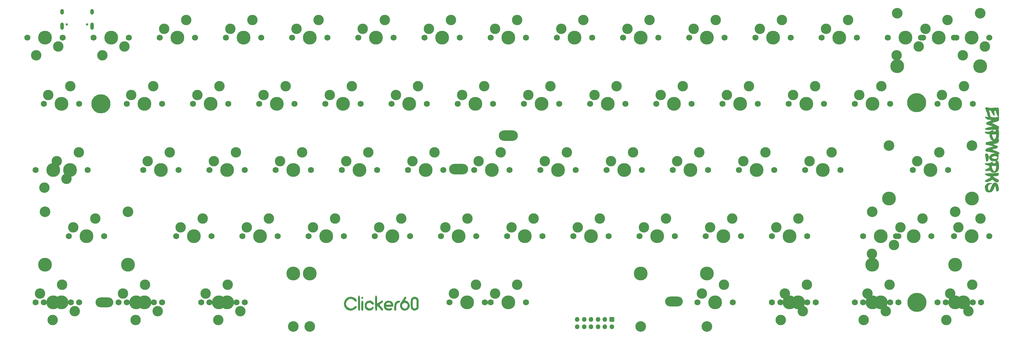
<source format=gbr>
%TF.GenerationSoftware,KiCad,Pcbnew,(6.0.6)*%
%TF.CreationDate,2023-05-08T18:28:51+05:30*%
%TF.ProjectId,new_stuff,6e65775f-7374-4756-9666-2e6b69636164,rev?*%
%TF.SameCoordinates,Original*%
%TF.FileFunction,Soldermask,Top*%
%TF.FilePolarity,Negative*%
%FSLAX46Y46*%
G04 Gerber Fmt 4.6, Leading zero omitted, Abs format (unit mm)*
G04 Created by KiCad (PCBNEW (6.0.6)) date 2023-05-08 18:28:51*
%MOMM*%
%LPD*%
G01*
G04 APERTURE LIST*
%ADD10C,3.987800*%
%ADD11C,3.000000*%
%ADD12C,1.750000*%
%ADD13C,3.048000*%
%ADD14O,5.100000X2.800000*%
%ADD15C,5.500000*%
%ADD16R,1.350000X1.350000*%
%ADD17O,1.350000X1.350000*%
%ADD18O,5.500000X3.000000*%
%ADD19C,0.650000*%
%ADD20O,1.000000X2.100000*%
%ADD21O,1.000000X1.600000*%
G04 APERTURE END LIST*
%TO.C,G\u002A\u002A\u002A*%
G36*
X282624986Y-50757204D02*
G01*
X282933195Y-50897390D01*
X283180340Y-51160362D01*
X283252928Y-51297783D01*
X283413141Y-51743316D01*
X283511525Y-52183237D01*
X283545106Y-52581155D01*
X283510905Y-52900682D01*
X283405945Y-53105430D01*
X283401166Y-53109878D01*
X283171871Y-53239080D01*
X282949870Y-53241385D01*
X282780599Y-53130155D01*
X282709497Y-52918750D01*
X282709333Y-52906443D01*
X282691801Y-52676930D01*
X282646948Y-52386025D01*
X282586386Y-52089935D01*
X282521727Y-51844865D01*
X282464585Y-51707020D01*
X282460508Y-51702116D01*
X282403425Y-51733714D01*
X282328826Y-51889398D01*
X282292885Y-51998449D01*
X282075628Y-52535216D01*
X281766747Y-53024015D01*
X281533427Y-53285212D01*
X281312967Y-53451845D01*
X281055233Y-53539518D01*
X280820056Y-53569715D01*
X280347253Y-53543970D01*
X279974400Y-53382832D01*
X279705157Y-53090196D01*
X279543183Y-52669959D01*
X279492000Y-52155653D01*
X279503199Y-51848925D01*
X279552275Y-51640174D01*
X279662442Y-51458680D01*
X279758568Y-51343621D01*
X280105532Y-51021394D01*
X280466888Y-50846227D01*
X280863629Y-50797667D01*
X281054379Y-50817410D01*
X281260617Y-50864493D01*
X281445139Y-50924920D01*
X281570745Y-50984693D01*
X281600233Y-51029814D01*
X281524000Y-51046139D01*
X281362718Y-51070184D01*
X281126466Y-51125119D01*
X281075096Y-51139001D01*
X280766605Y-51305301D01*
X280549579Y-51587574D01*
X280434549Y-51953058D01*
X280432048Y-52368985D01*
X280545653Y-52786192D01*
X280646597Y-52970847D01*
X280749841Y-53026786D01*
X280864722Y-52945841D01*
X281000577Y-52719844D01*
X281166745Y-52340629D01*
X281225563Y-52191482D01*
X281378682Y-51817234D01*
X281534309Y-51471714D01*
X281668476Y-51206777D01*
X281721397Y-51118679D01*
X281980345Y-50863318D01*
X282294455Y-50744337D01*
X282624986Y-50757204D01*
G37*
G36*
X283556000Y-34546812D02*
G01*
X283556000Y-34878068D01*
X283528027Y-35119843D01*
X283458923Y-35295817D01*
X283440628Y-35317097D01*
X283370875Y-35479087D01*
X283398295Y-35574435D01*
X283500247Y-35781474D01*
X283552370Y-35886372D01*
X283587161Y-36058090D01*
X283597503Y-36348142D01*
X283586538Y-36707793D01*
X283557409Y-37088308D01*
X283513258Y-37440950D01*
X283457228Y-37716985D01*
X283428723Y-37803850D01*
X283367620Y-38012915D01*
X283401206Y-38162765D01*
X283439859Y-38222199D01*
X283518346Y-38412853D01*
X283555534Y-38667130D01*
X283556000Y-38695989D01*
X283477250Y-39005290D01*
X283262523Y-39263848D01*
X282944100Y-39439965D01*
X282749174Y-39488298D01*
X282451606Y-39535599D01*
X282142941Y-39586065D01*
X282137833Y-39586916D01*
X281820333Y-39639831D01*
X282370666Y-39896901D01*
X282651781Y-40021157D01*
X282874729Y-40106725D01*
X282994292Y-40136378D01*
X282997908Y-40135850D01*
X283107724Y-40184036D01*
X283192631Y-40338108D01*
X283216037Y-40480453D01*
X283159374Y-40665601D01*
X282974608Y-40809271D01*
X282645297Y-40921751D01*
X282440351Y-40965927D01*
X282041461Y-41043846D01*
X281800431Y-41103698D01*
X281708690Y-41158640D01*
X281757670Y-41221827D01*
X281938798Y-41306413D01*
X282161555Y-41393874D01*
X282636535Y-41586849D01*
X283054345Y-41774630D01*
X283390553Y-41944702D01*
X283620726Y-42084549D01*
X283720432Y-42181656D01*
X283722640Y-42193572D01*
X283660709Y-42358075D01*
X283526415Y-42512026D01*
X283384263Y-42581963D01*
X283381566Y-42582000D01*
X283312848Y-42606392D01*
X283369733Y-42683600D01*
X283449634Y-42841430D01*
X283467409Y-43038802D01*
X283419024Y-43190395D01*
X283394725Y-43212020D01*
X283355820Y-43318431D01*
X283354966Y-43523368D01*
X283361720Y-43584446D01*
X283371759Y-43804338D01*
X283313214Y-43982038D01*
X283159621Y-44188853D01*
X283120836Y-44233538D01*
X282985045Y-44404864D01*
X282936432Y-44503153D01*
X282963342Y-44512549D01*
X283180653Y-44506332D01*
X283348255Y-44659795D01*
X283466401Y-44973576D01*
X283535342Y-45448314D01*
X283555528Y-46014227D01*
X283547401Y-46424604D01*
X283516417Y-46720146D01*
X283453572Y-46954786D01*
X283365500Y-47152270D01*
X283149220Y-47500122D01*
X282901323Y-47720383D01*
X282580020Y-47836889D01*
X282143520Y-47873478D01*
X282100776Y-47873667D01*
X281785250Y-47869381D01*
X281584393Y-47843182D01*
X281443550Y-47775056D01*
X281308066Y-47644987D01*
X281228525Y-47554255D01*
X281053223Y-47365960D01*
X280927026Y-47288246D01*
X280796748Y-47296748D01*
X280722275Y-47322342D01*
X280424034Y-47397540D01*
X280108394Y-47419143D01*
X279839889Y-47386872D01*
X279707708Y-47326688D01*
X279587498Y-47165666D01*
X279634496Y-47024404D01*
X279847300Y-46906992D01*
X279851833Y-46905404D01*
X280101930Y-46794947D01*
X280381764Y-46639440D01*
X280449526Y-46596260D01*
X280652356Y-46443121D01*
X280739365Y-46305090D01*
X280746848Y-46122918D01*
X281524000Y-46122918D01*
X281551737Y-46350753D01*
X281621427Y-46639654D01*
X281655309Y-46747208D01*
X281780352Y-47026116D01*
X281937323Y-47265825D01*
X281993089Y-47326549D01*
X282141380Y-47451729D01*
X282240512Y-47465017D01*
X282359876Y-47375432D01*
X282361041Y-47374378D01*
X282498540Y-47169668D01*
X282613357Y-46852993D01*
X282688720Y-46481617D01*
X282709333Y-46185175D01*
X282709333Y-45884000D01*
X281524000Y-45884000D01*
X281524000Y-46122918D01*
X280746848Y-46122918D01*
X280746849Y-46122888D01*
X280745860Y-46112306D01*
X280698851Y-45914487D01*
X280582128Y-45830999D01*
X280508000Y-45817964D01*
X280265217Y-45783422D01*
X280121784Y-45756854D01*
X279948380Y-45683630D01*
X279760665Y-45554636D01*
X279602537Y-45408420D01*
X279517896Y-45283527D01*
X279523543Y-45231569D01*
X279634146Y-45197211D01*
X279869151Y-45164817D01*
X280183669Y-45140091D01*
X280281900Y-45135230D01*
X280681357Y-45106401D01*
X280947320Y-45056079D01*
X281115040Y-44976849D01*
X281143000Y-44954139D01*
X281338438Y-44817418D01*
X281481666Y-44752664D01*
X281524000Y-44749342D01*
X281645561Y-44739804D01*
X281778424Y-44780745D01*
X281829804Y-44850362D01*
X281787039Y-44904747D01*
X281691374Y-45003206D01*
X281754991Y-45075005D01*
X281969234Y-45115163D01*
X282164705Y-45122000D01*
X282431315Y-45116853D01*
X282564311Y-45091517D01*
X282599329Y-45031152D01*
X282581044Y-44948604D01*
X282572015Y-44763836D01*
X282610615Y-44673437D01*
X282622303Y-44614587D01*
X282511074Y-44592625D01*
X282271530Y-44601505D01*
X281797654Y-44578186D01*
X281385378Y-44451764D01*
X281051656Y-44242976D01*
X280813439Y-43972556D01*
X280687679Y-43661241D01*
X280689352Y-43509310D01*
X281524000Y-43509310D01*
X281593177Y-43646660D01*
X281811243Y-43776123D01*
X281901348Y-43812772D01*
X282307908Y-43907322D01*
X282673525Y-43877461D01*
X282960200Y-43727668D01*
X283005728Y-43682599D01*
X283103381Y-43537549D01*
X283073632Y-43419441D01*
X283049822Y-43388529D01*
X282848319Y-43241457D01*
X282571131Y-43158302D01*
X282260707Y-43135704D01*
X281959495Y-43170302D01*
X281709944Y-43258736D01*
X281554501Y-43397646D01*
X281524000Y-43509310D01*
X280689352Y-43509310D01*
X280691330Y-43329766D01*
X280841342Y-42998867D01*
X280899650Y-42923450D01*
X281238960Y-42622370D01*
X281648958Y-42412249D01*
X282065464Y-42325315D01*
X282092127Y-42324686D01*
X282260707Y-42322945D01*
X282413000Y-42321372D01*
X282134740Y-42200473D01*
X281815459Y-42091523D01*
X281391828Y-41986433D01*
X280928600Y-41897819D01*
X280490532Y-41838299D01*
X280181961Y-41820000D01*
X279892576Y-41798220D01*
X279733576Y-41712031D01*
X279669286Y-41530158D01*
X279661333Y-41363591D01*
X279683761Y-41190809D01*
X279766720Y-41052343D01*
X279933725Y-40934124D01*
X280208293Y-40822080D01*
X280613937Y-40702140D01*
X280883660Y-40632188D01*
X281272977Y-40532240D01*
X281597835Y-40445552D01*
X281825587Y-40381071D01*
X281923585Y-40347743D01*
X281924635Y-40346920D01*
X281869224Y-40310040D01*
X281686185Y-40248075D01*
X281413608Y-40170732D01*
X281089586Y-40087722D01*
X280752209Y-40008753D01*
X280439570Y-39943534D01*
X280189758Y-39901775D01*
X280167163Y-39898961D01*
X279739459Y-39848306D01*
X279777357Y-39116162D01*
X280206179Y-39032403D01*
X280522812Y-38970980D01*
X280912274Y-38896007D01*
X281227666Y-38835663D01*
X281820333Y-38722681D01*
X281553147Y-38564467D01*
X281248767Y-38290902D01*
X281021396Y-37890973D01*
X280887482Y-37396450D01*
X280868709Y-37242460D01*
X280830825Y-36824667D01*
X281608666Y-36824667D01*
X281610526Y-37099834D01*
X281648102Y-37356900D01*
X281738911Y-37648788D01*
X281766441Y-37713667D01*
X281956341Y-38042311D01*
X282144320Y-38206508D01*
X282320634Y-38210961D01*
X282475541Y-38060375D01*
X282599300Y-37759454D01*
X282682167Y-37312904D01*
X282686931Y-37269167D01*
X282733023Y-36824667D01*
X281608666Y-36824667D01*
X280830825Y-36824667D01*
X280823148Y-36740000D01*
X280480313Y-36740000D01*
X280118184Y-36671661D01*
X279773286Y-36492176D01*
X279517202Y-36239848D01*
X279501989Y-36216533D01*
X279468017Y-36144415D01*
X279494047Y-36099208D01*
X279607778Y-36074674D01*
X279836911Y-36064574D01*
X280185150Y-36062667D01*
X280559552Y-36059037D01*
X280807473Y-36041957D01*
X280971712Y-36002146D01*
X281095070Y-35930322D01*
X281192420Y-35844211D01*
X281513738Y-35647572D01*
X281789719Y-35581238D01*
X282012580Y-35557435D01*
X282089431Y-35567001D01*
X282042220Y-35621753D01*
X281968500Y-35677495D01*
X281811752Y-35821936D01*
X281808270Y-35916303D01*
X281962528Y-35966242D01*
X282206655Y-35978000D01*
X282461662Y-35969097D01*
X282585068Y-35933297D01*
X282614086Y-35856960D01*
X282610935Y-35829834D01*
X282624710Y-35642767D01*
X282652943Y-35575834D01*
X282614085Y-35520805D01*
X282433331Y-35486148D01*
X282136928Y-35472181D01*
X281751121Y-35479222D01*
X281302157Y-35507590D01*
X280846666Y-35553906D01*
X280467538Y-35588764D01*
X280190232Y-35582247D01*
X279951490Y-35530695D01*
X279851833Y-35496352D01*
X279635993Y-35394109D01*
X279507569Y-35291071D01*
X279492000Y-35253734D01*
X279570039Y-35168348D01*
X279783537Y-35062214D01*
X280101562Y-34946020D01*
X280493183Y-34830457D01*
X280927470Y-34726214D01*
X281143000Y-34683151D01*
X281735666Y-34572979D01*
X281016000Y-34332597D01*
X280547884Y-34171960D01*
X280219526Y-34045385D01*
X280008222Y-33939191D01*
X279891265Y-33839698D01*
X279845950Y-33733226D01*
X279846677Y-33628069D01*
X279878047Y-33514187D01*
X279961993Y-33416701D01*
X280128829Y-33314858D01*
X280408872Y-33187904D01*
X280612572Y-33103743D01*
X280932423Y-32968531D01*
X281182934Y-32852839D01*
X281329555Y-32773146D01*
X281353405Y-32750440D01*
X281276859Y-32716674D01*
X281074562Y-32677871D01*
X280789580Y-32642210D01*
X280776846Y-32640943D01*
X280422189Y-32591654D01*
X280169959Y-32512363D01*
X279953369Y-32379367D01*
X279883489Y-32323915D01*
X279709573Y-32165021D01*
X279617332Y-32049384D01*
X279613909Y-32017869D01*
X279607645Y-31924481D01*
X279563764Y-31856121D01*
X279534551Y-31793194D01*
X279604764Y-31769505D01*
X279801979Y-31780614D01*
X279938945Y-31795717D01*
X280410226Y-31851107D01*
X280332428Y-31504855D01*
X280257324Y-31233936D01*
X280134218Y-30856724D01*
X279980815Y-30422992D01*
X279814817Y-29982512D01*
X279804623Y-29957330D01*
X280692184Y-29957330D01*
X280844161Y-30448832D01*
X280942044Y-30809919D01*
X281024414Y-31190019D01*
X281055075Y-31375585D01*
X281099104Y-31634487D01*
X281161302Y-31772765D01*
X281273035Y-31838615D01*
X281371923Y-31862418D01*
X281593434Y-31889675D01*
X281903337Y-31906355D01*
X282260213Y-31912927D01*
X282622641Y-31909862D01*
X282949199Y-31897629D01*
X283198466Y-31876697D01*
X283329023Y-31847537D01*
X283337658Y-31840134D01*
X283313430Y-31738992D01*
X283197624Y-31575298D01*
X283143115Y-31514928D01*
X282973837Y-31279121D01*
X282854379Y-30958742D01*
X282796540Y-30699793D01*
X282735941Y-30417181D01*
X282678612Y-30214497D01*
X282636793Y-30134884D01*
X282636246Y-30134844D01*
X282519660Y-30114150D01*
X282395322Y-30083548D01*
X282305886Y-30065845D01*
X282253623Y-30092311D01*
X282232399Y-30193774D01*
X282236079Y-30401066D01*
X282258531Y-30745018D01*
X282259888Y-30764267D01*
X282282222Y-31114701D01*
X282285506Y-31326320D01*
X282265162Y-31429020D01*
X282216611Y-31452701D01*
X282157034Y-31435863D01*
X281895249Y-31253896D01*
X281652931Y-30929921D01*
X281448339Y-30491258D01*
X281373235Y-30263000D01*
X281292455Y-30084949D01*
X281148736Y-30004882D01*
X280995714Y-29983165D01*
X280692184Y-29957330D01*
X279804623Y-29957330D01*
X279653930Y-29585058D01*
X279628252Y-29525098D01*
X279547380Y-29320849D01*
X279542209Y-29213019D01*
X279616644Y-29144666D01*
X279655856Y-29122932D01*
X279870390Y-29054764D01*
X280112617Y-29039420D01*
X280312109Y-29076115D01*
X280387856Y-29131093D01*
X280474028Y-29167783D01*
X280686283Y-29190644D01*
X280692184Y-29190803D01*
X281036335Y-29200098D01*
X281535898Y-29196568D01*
X281949052Y-29187440D01*
X283451066Y-29148027D01*
X283502797Y-29578514D01*
X283520544Y-29811504D01*
X283535762Y-30173589D01*
X283547304Y-30624534D01*
X283554025Y-31124106D01*
X283555264Y-31421119D01*
X283552637Y-31968815D01*
X283542859Y-32370549D01*
X283524065Y-32649610D01*
X283494390Y-32829286D01*
X283451969Y-32932866D01*
X283432298Y-32956940D01*
X283302610Y-33029112D01*
X283048428Y-33127742D01*
X282709601Y-33238476D01*
X282416594Y-33322821D01*
X282056374Y-33424597D01*
X281765787Y-33514264D01*
X281578099Y-33581062D01*
X281524296Y-33611492D01*
X281595210Y-33667339D01*
X281770999Y-33746651D01*
X281820222Y-33765098D01*
X282031260Y-33849718D01*
X282340731Y-33983802D01*
X282694376Y-34143617D01*
X282733023Y-34161571D01*
X282836222Y-34209513D01*
X283556000Y-34546812D01*
G37*
G36*
X280150924Y-42383730D02*
G01*
X280372119Y-42523944D01*
X280398693Y-42555733D01*
X280496938Y-42783275D01*
X280555593Y-43120904D01*
X280574718Y-43514080D01*
X280554369Y-43908264D01*
X280494607Y-44248914D01*
X280396627Y-44479947D01*
X280240881Y-44589326D01*
X280053266Y-44637582D01*
X279920082Y-44640322D01*
X279845217Y-44596977D01*
X279808209Y-44469558D01*
X279788595Y-44220074D01*
X279784216Y-44138069D01*
X279745120Y-43749123D01*
X279675753Y-43333986D01*
X279630860Y-43136862D01*
X279563984Y-42862355D01*
X279547014Y-42697259D01*
X279583567Y-42588101D01*
X279675044Y-42483623D01*
X279896624Y-42368103D01*
X280150924Y-42383730D01*
G37*
G36*
X283457997Y-47959108D02*
G01*
X283482812Y-48062399D01*
X283489685Y-48259637D01*
X283489331Y-48273981D01*
X283440353Y-48529500D01*
X283296769Y-48702020D01*
X283037944Y-48803209D01*
X282643239Y-48844733D01*
X282475165Y-48847334D01*
X282153024Y-48849125D01*
X281973220Y-48860731D01*
X281908755Y-48891497D01*
X281932632Y-48950767D01*
X281988791Y-49015699D01*
X282217305Y-49214564D01*
X282540674Y-49432255D01*
X282894627Y-49629693D01*
X283214894Y-49767801D01*
X283238500Y-49775550D01*
X283478774Y-49905995D01*
X283559811Y-50093997D01*
X283481618Y-50339591D01*
X283380521Y-50486915D01*
X283167218Y-50659185D01*
X282905703Y-50686776D01*
X282587926Y-50567677D01*
X282205836Y-50299877D01*
X282032469Y-50150018D01*
X281704387Y-49853616D01*
X281381360Y-50066849D01*
X280932277Y-50313644D01*
X280483633Y-50471670D01*
X280072614Y-50532604D01*
X279736408Y-50488125D01*
X279655767Y-50453021D01*
X279522613Y-50347136D01*
X279520759Y-50231158D01*
X279659044Y-50093145D01*
X279946310Y-49921156D01*
X280112100Y-49836615D01*
X280437355Y-49667763D01*
X280730173Y-49501626D01*
X280934811Y-49370086D01*
X280956674Y-49353573D01*
X281102553Y-49217235D01*
X281124314Y-49106116D01*
X281078208Y-49012168D01*
X280955034Y-48899864D01*
X280740189Y-48852176D01*
X280591139Y-48847334D01*
X280268199Y-48809583D01*
X280012919Y-48711161D01*
X279997672Y-48701019D01*
X279680685Y-48461247D01*
X279515901Y-48286892D01*
X279502598Y-48170658D01*
X279640054Y-48105248D01*
X279927545Y-48083364D01*
X279936500Y-48083313D01*
X280168674Y-48078105D01*
X280531739Y-48064954D01*
X280987519Y-48045468D01*
X281497841Y-48021254D01*
X281899911Y-48000613D01*
X282388890Y-47976827D01*
X282816855Y-47960169D01*
X283156190Y-47951373D01*
X283379276Y-47951176D01*
X283457997Y-47959108D01*
G37*
G36*
X114277795Y-84609408D02*
G01*
X114334228Y-84303602D01*
X114427703Y-84081058D01*
X114566569Y-83913227D01*
X114759172Y-83771560D01*
X114775943Y-83761239D01*
X115152922Y-83619799D01*
X115553701Y-83614688D01*
X115933360Y-83734304D01*
X116246976Y-83967046D01*
X116397556Y-84180051D01*
X116455205Y-84338183D01*
X116494361Y-84569255D01*
X116517608Y-84901369D01*
X116527533Y-85362623D01*
X116528350Y-85601962D01*
X116525249Y-86086727D01*
X116513723Y-86435229D01*
X116489973Y-86680474D01*
X116450202Y-86855467D01*
X116390614Y-86993216D01*
X116362761Y-87041389D01*
X116088499Y-87340674D01*
X115728279Y-87521177D01*
X115326060Y-87572721D01*
X114925804Y-87485129D01*
X114775943Y-87408761D01*
X114578992Y-87267903D01*
X114436401Y-87103012D01*
X114339825Y-86885540D01*
X114280915Y-86586938D01*
X114251322Y-86178658D01*
X114242700Y-85632150D01*
X114242666Y-85585000D01*
X114835333Y-85585000D01*
X114837952Y-86033641D01*
X114848781Y-86345286D01*
X114872272Y-86552230D01*
X114912881Y-86686766D01*
X114975062Y-86781192D01*
X115004666Y-86812667D01*
X115206369Y-86940761D01*
X115385666Y-86982000D01*
X115604671Y-86923113D01*
X115766666Y-86812667D01*
X115838030Y-86724931D01*
X115886160Y-86609124D01*
X115915513Y-86432950D01*
X115930541Y-86164115D01*
X115935700Y-85770323D01*
X115936000Y-85585000D01*
X115933380Y-85136358D01*
X115922552Y-84824713D01*
X115899060Y-84617770D01*
X115858451Y-84483233D01*
X115796270Y-84388808D01*
X115766666Y-84357333D01*
X115564963Y-84229239D01*
X115385666Y-84188000D01*
X115166662Y-84246887D01*
X115004666Y-84357333D01*
X114933303Y-84445069D01*
X114885172Y-84560876D01*
X114855820Y-84737050D01*
X114840791Y-85005885D01*
X114835632Y-85399677D01*
X114835333Y-85585000D01*
X114242666Y-85585000D01*
X114250057Y-85027024D01*
X114277795Y-84609408D01*
G37*
G36*
X100432341Y-84755122D02*
G01*
X100487279Y-84815023D01*
X100527258Y-84931901D01*
X100555350Y-85131388D01*
X100574631Y-85439120D01*
X100588173Y-85880730D01*
X100592485Y-86090627D01*
X100596829Y-86673067D01*
X100584626Y-87092647D01*
X100555568Y-87355063D01*
X100518618Y-87457364D01*
X100357239Y-87556502D01*
X100167955Y-87565958D01*
X100075111Y-87518222D01*
X100055892Y-87418353D01*
X100039483Y-87179231D01*
X100027095Y-86830928D01*
X100019941Y-86403519D01*
X100018666Y-86118565D01*
X100020656Y-85606026D01*
X100028256Y-85238134D01*
X100043912Y-84990230D01*
X100070070Y-84837657D01*
X100109175Y-84755756D01*
X100157174Y-84722201D01*
X100342441Y-84718533D01*
X100432341Y-84755122D01*
G37*
G36*
X100465036Y-83685868D02*
G01*
X100554862Y-83778736D01*
X100593986Y-83956365D01*
X100509183Y-84097606D01*
X100345850Y-84167729D01*
X100149386Y-84132005D01*
X100117092Y-84113628D01*
X100039726Y-83982554D01*
X100032425Y-83839758D01*
X100121064Y-83686532D01*
X100286949Y-83632703D01*
X100465036Y-83685868D01*
G37*
G36*
X106556891Y-85533556D02*
G01*
X106651369Y-85346035D01*
X106672784Y-85316042D01*
X107026501Y-84962287D01*
X107437148Y-84752372D01*
X107875029Y-84686497D01*
X108310450Y-84764863D01*
X108713715Y-84987672D01*
X109016025Y-85300161D01*
X109132016Y-85525245D01*
X109208499Y-85803424D01*
X109238576Y-86079697D01*
X109215355Y-86299062D01*
X109153497Y-86396791D01*
X109024855Y-86426959D01*
X108766492Y-86451526D01*
X108417997Y-86467682D01*
X108083166Y-86472703D01*
X107700978Y-86479748D01*
X107393026Y-86497927D01*
X107192332Y-86524472D01*
X107130666Y-86552521D01*
X107202370Y-86681112D01*
X107378531Y-86819713D01*
X107600728Y-86932037D01*
X107810535Y-86981795D01*
X107822137Y-86982000D01*
X108075901Y-86948028D01*
X108344538Y-86866215D01*
X108347261Y-86865083D01*
X108626447Y-86803423D01*
X108819361Y-86858674D01*
X108907083Y-86995059D01*
X108870689Y-87176803D01*
X108691258Y-87368131D01*
X108633500Y-87406261D01*
X108278026Y-87541367D01*
X107860048Y-87580158D01*
X107448839Y-87523652D01*
X107129805Y-87384167D01*
X106806541Y-87123524D01*
X106610529Y-86845962D01*
X106515856Y-86500453D01*
X106495666Y-86135333D01*
X106507758Y-85810971D01*
X107159767Y-85810971D01*
X107225337Y-85850846D01*
X107388965Y-85872280D01*
X107678967Y-85880520D01*
X107886587Y-85881333D01*
X108249301Y-85879360D01*
X108471017Y-85868896D01*
X108580059Y-85843128D01*
X108604755Y-85795238D01*
X108573429Y-85718412D01*
X108572323Y-85716342D01*
X108375479Y-85483585D01*
X108107384Y-85327045D01*
X107911956Y-85288667D01*
X107743840Y-85318556D01*
X107531983Y-85390946D01*
X107338301Y-85479921D01*
X107224710Y-85559564D01*
X107215333Y-85580249D01*
X107189071Y-85677648D01*
X107163941Y-85747408D01*
X107159767Y-85810971D01*
X106507758Y-85810971D01*
X106508979Y-85778208D01*
X106556891Y-85533556D01*
G37*
G36*
X111031880Y-84743004D02*
G01*
X111130166Y-84809262D01*
X111152333Y-84940772D01*
X111142557Y-85057347D01*
X111091010Y-85144759D01*
X110964358Y-85229987D01*
X110729270Y-85340015D01*
X110578909Y-85404941D01*
X110369739Y-85521427D01*
X110229013Y-85680385D01*
X110144394Y-85914110D01*
X110103542Y-86254900D01*
X110094000Y-86674245D01*
X110081139Y-87064062D01*
X110044972Y-87340843D01*
X109992400Y-87473067D01*
X109820837Y-87563487D01*
X109641567Y-87552428D01*
X109533208Y-87450943D01*
X109516070Y-87318195D01*
X109507480Y-87058082D01*
X109508206Y-86712395D01*
X109514699Y-86440872D01*
X109533882Y-86017394D01*
X109563420Y-85724128D01*
X109610471Y-85521983D01*
X109682197Y-85371867D01*
X109720784Y-85315762D01*
X110053325Y-84971604D01*
X110426883Y-84765725D01*
X110810909Y-84713198D01*
X111031880Y-84743004D01*
G37*
G36*
X104411674Y-83315756D02*
G01*
X104470848Y-83381620D01*
X104512826Y-83510625D01*
X104541420Y-83730289D01*
X104560445Y-84068136D01*
X104572036Y-84473099D01*
X104595738Y-85544404D01*
X105232308Y-85114851D01*
X105638531Y-84864343D01*
X105937523Y-84736138D01*
X106137572Y-84728729D01*
X106246968Y-84840611D01*
X106268433Y-84926631D01*
X106245617Y-85070005D01*
X106117587Y-85223665D01*
X105898693Y-85392297D01*
X105655199Y-85562988D01*
X105453222Y-85705199D01*
X105369943Y-85764275D01*
X105322282Y-85824687D01*
X105336646Y-85917432D01*
X105427117Y-86068550D01*
X105607780Y-86304081D01*
X105767491Y-86499367D01*
X106068893Y-86895000D01*
X106236666Y-87194023D01*
X106272305Y-87401887D01*
X106177301Y-87524041D01*
X106057763Y-87558524D01*
X105942541Y-87538346D01*
X105794087Y-87435327D01*
X105591209Y-87230886D01*
X105312714Y-86906443D01*
X105309332Y-86902357D01*
X105068920Y-86620156D01*
X104863736Y-86394813D01*
X104719646Y-86253836D01*
X104667735Y-86220000D01*
X104629261Y-86297389D01*
X104601636Y-86500597D01*
X104590677Y-86786183D01*
X104590666Y-86795733D01*
X104575814Y-87124592D01*
X104535865Y-87368540D01*
X104489066Y-87473067D01*
X104318278Y-87561717D01*
X104130405Y-87560823D01*
X104054444Y-87518222D01*
X104038779Y-87421237D01*
X104024784Y-87178730D01*
X104013094Y-86814510D01*
X104004341Y-86352386D01*
X103999161Y-85816167D01*
X103998000Y-85398898D01*
X103999040Y-84749218D01*
X104003027Y-84249021D01*
X104011260Y-83878463D01*
X104025037Y-83617700D01*
X104045658Y-83446891D01*
X104074420Y-83346192D01*
X104112624Y-83295759D01*
X104136508Y-83282868D01*
X104321789Y-83279188D01*
X104411674Y-83315756D01*
G37*
G36*
X97717157Y-83727890D02*
G01*
X98180151Y-83968696D01*
X98499673Y-84261992D01*
X98684739Y-84553364D01*
X98713407Y-84789028D01*
X98585354Y-84965390D01*
X98564007Y-84979569D01*
X98462190Y-85006686D01*
X98331179Y-84952845D01*
X98137700Y-84800088D01*
X98002175Y-84676366D01*
X97568670Y-84356435D01*
X97133580Y-84203094D01*
X96702426Y-84216932D01*
X96280729Y-84398539D01*
X96164152Y-84480257D01*
X95849151Y-84816581D01*
X95667732Y-85219123D01*
X95620058Y-85651732D01*
X95706292Y-86078257D01*
X95926599Y-86462547D01*
X96154180Y-86682137D01*
X96571233Y-86902853D01*
X97015919Y-86967864D01*
X97456753Y-86880146D01*
X97862248Y-86642671D01*
X98006838Y-86507119D01*
X98262877Y-86297793D01*
X98482835Y-86247219D01*
X98659570Y-86356481D01*
X98692417Y-86402832D01*
X98706828Y-86573031D01*
X98594205Y-86789121D01*
X98379271Y-87021873D01*
X98086749Y-87242055D01*
X97887743Y-87354247D01*
X97423210Y-87516226D01*
X96925091Y-87574320D01*
X96456480Y-87524674D01*
X96244419Y-87454573D01*
X95881687Y-87236551D01*
X95534149Y-86926094D01*
X95261970Y-86581044D01*
X95181235Y-86432393D01*
X95072711Y-86062020D01*
X95029127Y-85619575D01*
X95052464Y-85181356D01*
X95139741Y-84835290D01*
X95357658Y-84461951D01*
X95670429Y-84107209D01*
X96021130Y-83831107D01*
X96165607Y-83753235D01*
X96666728Y-83610753D01*
X97198297Y-83605440D01*
X97717157Y-83727890D01*
G37*
G36*
X111198273Y-85744845D02*
G01*
X111291653Y-85548070D01*
X111448796Y-85266581D01*
X111649303Y-84932027D01*
X111872775Y-84576058D01*
X112098813Y-84230325D01*
X112307017Y-83926476D01*
X112476988Y-83696162D01*
X112588328Y-83571033D01*
X112607290Y-83558720D01*
X112784883Y-83567051D01*
X112929558Y-83687117D01*
X112972666Y-83823457D01*
X112932016Y-83964575D01*
X112828670Y-84185115D01*
X112758726Y-84311241D01*
X112544786Y-84676302D01*
X112864560Y-84736005D01*
X113181982Y-84863354D01*
X113511833Y-85137153D01*
X113531167Y-85157108D01*
X113836139Y-85562336D01*
X113974290Y-85976373D01*
X113948048Y-86413349D01*
X113811201Y-86787132D01*
X113543155Y-87161599D01*
X113177977Y-87420572D01*
X112751672Y-87553193D01*
X112300243Y-87548606D01*
X111859694Y-87395952D01*
X111836018Y-87382774D01*
X111493222Y-87101739D01*
X111254216Y-86730264D01*
X111135824Y-86311555D01*
X111141773Y-86179500D01*
X111737550Y-86179500D01*
X111828260Y-86501412D01*
X112049823Y-86798587D01*
X112349985Y-86954137D01*
X112701238Y-86958400D01*
X112922269Y-86885602D01*
X113138668Y-86706768D01*
X113297849Y-86429870D01*
X113366847Y-86124428D01*
X113355130Y-85972664D01*
X113212415Y-85664718D01*
X112966724Y-85449553D01*
X112661364Y-85341269D01*
X112339640Y-85353967D01*
X112044856Y-85501750D01*
X112008164Y-85534057D01*
X111790941Y-85837775D01*
X111737550Y-86179500D01*
X111141773Y-86179500D01*
X111154869Y-85888817D01*
X111198273Y-85744845D01*
G37*
G36*
X99501008Y-83315858D02*
G01*
X99545409Y-83362690D01*
X99579916Y-83453930D01*
X99606112Y-83610013D01*
X99625581Y-83851374D01*
X99639909Y-84198447D01*
X99650679Y-84671667D01*
X99659476Y-85291468D01*
X99660419Y-85371912D01*
X99665357Y-86087752D01*
X99661495Y-86643832D01*
X99648503Y-87049511D01*
X99626049Y-87314151D01*
X99593801Y-87447113D01*
X99586552Y-87458246D01*
X99425544Y-87556723D01*
X99236371Y-87565851D01*
X99143777Y-87518222D01*
X99128113Y-87421237D01*
X99114118Y-87178730D01*
X99102427Y-86814510D01*
X99093675Y-86352386D01*
X99088495Y-85816167D01*
X99087333Y-85398898D01*
X99088373Y-84749218D01*
X99092360Y-84249021D01*
X99100593Y-83878463D01*
X99114370Y-83617700D01*
X99134991Y-83446891D01*
X99163754Y-83346192D01*
X99201957Y-83295759D01*
X99225841Y-83282868D01*
X99411076Y-83279226D01*
X99501008Y-83315858D01*
G37*
G36*
X102669659Y-84724898D02*
G01*
X103021299Y-84848342D01*
X103354575Y-85107168D01*
X103434320Y-85188070D01*
X103609710Y-85440045D01*
X103624703Y-85653986D01*
X103478857Y-85823159D01*
X103475925Y-85825018D01*
X103364684Y-85854307D01*
X103223344Y-85792945D01*
X103013229Y-85623165D01*
X102988848Y-85601260D01*
X102676792Y-85373293D01*
X102389909Y-85294571D01*
X102089117Y-85357673D01*
X101978278Y-85409317D01*
X101714682Y-85623684D01*
X101578677Y-85900912D01*
X101560140Y-86205329D01*
X101648951Y-86501260D01*
X101834988Y-86753035D01*
X102108128Y-86924978D01*
X102424516Y-86982000D01*
X102618176Y-86927418D01*
X102848914Y-86790551D01*
X102926731Y-86728000D01*
X103194956Y-86533021D01*
X103394917Y-86484872D01*
X103538963Y-86581473D01*
X103563647Y-86620635D01*
X103585221Y-86819066D01*
X103472802Y-87048368D01*
X103248615Y-87274072D01*
X103062764Y-87397353D01*
X102657913Y-87538928D01*
X102202976Y-87562474D01*
X101772260Y-87464853D01*
X101744098Y-87453036D01*
X101527399Y-87312424D01*
X101302329Y-87098495D01*
X101236098Y-87018441D01*
X101100600Y-86818079D01*
X101026756Y-86625282D01*
X100996766Y-86374947D01*
X100992333Y-86126966D01*
X101006397Y-85769718D01*
X101056532Y-85525074D01*
X101154655Y-85338033D01*
X101166898Y-85321273D01*
X101486549Y-84983783D01*
X101853343Y-84788989D01*
X102244973Y-84715088D01*
X102669659Y-84724898D01*
G37*
%TD*%
D10*
%TO.C,MX1*%
X9000000Y-9000000D03*
D11*
X6460000Y-14080000D03*
D12*
X14080000Y-9000000D03*
D11*
X12810000Y-11540000D03*
D12*
X3920000Y-9000000D03*
%TD*%
%TO.C,MX2*%
X22970000Y-9000000D03*
D10*
X28050000Y-9000000D03*
D11*
X31860000Y-11540000D03*
D12*
X33130000Y-9000000D03*
D11*
X25510000Y-14080000D03*
%TD*%
D12*
%TO.C,MX3*%
X52180000Y-9000000D03*
D10*
X47100000Y-9000000D03*
D12*
X42020000Y-9000000D03*
D11*
X43290000Y-6460000D03*
X49640000Y-3920000D03*
%TD*%
%TO.C,MX4*%
X62340000Y-6460000D03*
D12*
X61070000Y-9000000D03*
D11*
X68690000Y-3920000D03*
D10*
X66150000Y-9000000D03*
D12*
X71230000Y-9000000D03*
%TD*%
%TO.C,MX5*%
X90280000Y-9000000D03*
D11*
X87740000Y-3920000D03*
D12*
X80120000Y-9000000D03*
D10*
X85200000Y-9000000D03*
D11*
X81390000Y-6460000D03*
%TD*%
%TO.C,MX6*%
X106790000Y-3920000D03*
D10*
X104250000Y-9000000D03*
D12*
X109330000Y-9000000D03*
D11*
X100440000Y-6460000D03*
D12*
X99170000Y-9000000D03*
%TD*%
D11*
%TO.C,MX7*%
X119490000Y-6460000D03*
D12*
X118220000Y-9000000D03*
D11*
X125840000Y-3920000D03*
D12*
X128380000Y-9000000D03*
D10*
X123300000Y-9000000D03*
%TD*%
D11*
%TO.C,MX9*%
X163940000Y-3920000D03*
D12*
X156320000Y-9000000D03*
D11*
X157590000Y-6460000D03*
D12*
X166480000Y-9000000D03*
D10*
X161400000Y-9000000D03*
%TD*%
D11*
%TO.C,MX10*%
X182990000Y-3920000D03*
X176640000Y-6460000D03*
D12*
X185530000Y-9000000D03*
X175370000Y-9000000D03*
D10*
X180450000Y-9000000D03*
%TD*%
%TO.C,MX11*%
X199500000Y-9000000D03*
D12*
X194420000Y-9000000D03*
D11*
X202040000Y-3920000D03*
D12*
X204580000Y-9000000D03*
D11*
X195690000Y-6460000D03*
%TD*%
%TO.C,MX12*%
X214740000Y-6460000D03*
D10*
X218550000Y-9000000D03*
D11*
X221090000Y-3920000D03*
D12*
X223630000Y-9000000D03*
X213470000Y-9000000D03*
%TD*%
D11*
%TO.C,MX13*%
X233790000Y-6460000D03*
D10*
X237600000Y-9000000D03*
D12*
X232520000Y-9000000D03*
X242680000Y-9000000D03*
D11*
X240140000Y-3920000D03*
%TD*%
D12*
%TO.C,MX14*%
X261730000Y-9000000D03*
X251570000Y-9000000D03*
D11*
X254110000Y-14080000D03*
X260460000Y-11540000D03*
D10*
X256650000Y-9000000D03*
%TD*%
D11*
%TO.C,MX16*%
X268715000Y-3920000D03*
X262365000Y-6460000D03*
D10*
X278113000Y-17255000D03*
X254237000Y-17255000D03*
D12*
X271255000Y-9000000D03*
D13*
X278113000Y-2015000D03*
X254237000Y-2015000D03*
D10*
X266175000Y-9000000D03*
D12*
X261095000Y-9000000D03*
%TD*%
D10*
%TO.C,MX17*%
X13762500Y-28050000D03*
D12*
X18842500Y-28050000D03*
D11*
X9952500Y-25510000D03*
X16302500Y-22970000D03*
D12*
X8682500Y-28050000D03*
%TD*%
D11*
%TO.C,MX18*%
X40115000Y-22970000D03*
X33765000Y-25510000D03*
D12*
X42655000Y-28050000D03*
D10*
X37575000Y-28050000D03*
D12*
X32495000Y-28050000D03*
%TD*%
D11*
%TO.C,MX19*%
X59165000Y-22970000D03*
D10*
X56625000Y-28050000D03*
D12*
X51545000Y-28050000D03*
D11*
X52815000Y-25510000D03*
D12*
X61705000Y-28050000D03*
%TD*%
D10*
%TO.C,MX20*%
X75675000Y-28050000D03*
D11*
X71865000Y-25510000D03*
X78215000Y-22970000D03*
D12*
X70595000Y-28050000D03*
X80755000Y-28050000D03*
%TD*%
D10*
%TO.C,MX21*%
X94725000Y-28050000D03*
D12*
X89645000Y-28050000D03*
X99805000Y-28050000D03*
D11*
X97265000Y-22970000D03*
X90915000Y-25510000D03*
%TD*%
%TO.C,MX22*%
X116315000Y-22970000D03*
D12*
X108695000Y-28050000D03*
X118855000Y-28050000D03*
D10*
X113775000Y-28050000D03*
D11*
X109965000Y-25510000D03*
%TD*%
D12*
%TO.C,MX23*%
X137905000Y-28050000D03*
D11*
X135365000Y-22970000D03*
D10*
X132825000Y-28050000D03*
D12*
X127745000Y-28050000D03*
D11*
X129015000Y-25510000D03*
%TD*%
D10*
%TO.C,MX24*%
X151875000Y-28050000D03*
D11*
X154415000Y-22970000D03*
X148065000Y-25510000D03*
D12*
X146795000Y-28050000D03*
X156955000Y-28050000D03*
%TD*%
D11*
%TO.C,MX25*%
X167115000Y-25510000D03*
D12*
X176005000Y-28050000D03*
X165845000Y-28050000D03*
D11*
X173465000Y-22970000D03*
D10*
X170925000Y-28050000D03*
%TD*%
D12*
%TO.C,MX26*%
X195055000Y-28050000D03*
D11*
X192515000Y-22970000D03*
D10*
X189975000Y-28050000D03*
D11*
X186165000Y-25510000D03*
D12*
X184895000Y-28050000D03*
%TD*%
D11*
%TO.C,MX27*%
X205215000Y-25510000D03*
D12*
X214105000Y-28050000D03*
X203945000Y-28050000D03*
D10*
X209025000Y-28050000D03*
D11*
X211565000Y-22970000D03*
%TD*%
D12*
%TO.C,MX28*%
X233155000Y-28050000D03*
D11*
X230615000Y-22970000D03*
D12*
X222995000Y-28050000D03*
D11*
X224265000Y-25510000D03*
D10*
X228075000Y-28050000D03*
%TD*%
D11*
%TO.C,MX29*%
X249665000Y-22970000D03*
D10*
X247125000Y-28050000D03*
D12*
X242045000Y-28050000D03*
X252205000Y-28050000D03*
D11*
X243315000Y-25510000D03*
%TD*%
D10*
%TO.C,MX30*%
X270937500Y-28050000D03*
D12*
X265857500Y-28050000D03*
X276017500Y-28050000D03*
D11*
X273477500Y-22970000D03*
X267127500Y-25510000D03*
%TD*%
D10*
%TO.C,MX31*%
X11381250Y-47100000D03*
D12*
X6301250Y-47100000D03*
D11*
X15191250Y-49640000D03*
X8841250Y-52180000D03*
D12*
X16461250Y-47100000D03*
%TD*%
D11*
%TO.C,MX32*%
X12333750Y-44560000D03*
D12*
X21223750Y-47100000D03*
X11063750Y-47100000D03*
D11*
X18683750Y-42020000D03*
D10*
X16143750Y-47100000D03*
%TD*%
D12*
%TO.C,MX33*%
X47417500Y-47100000D03*
D11*
X38527500Y-44560000D03*
D12*
X37257500Y-47100000D03*
D11*
X44877500Y-42020000D03*
D10*
X42337500Y-47100000D03*
%TD*%
D12*
%TO.C,MX34*%
X56307500Y-47100000D03*
D10*
X61387500Y-47100000D03*
D12*
X66467500Y-47100000D03*
D11*
X63927500Y-42020000D03*
X57577500Y-44560000D03*
%TD*%
D10*
%TO.C,MX35*%
X80437500Y-47100000D03*
D12*
X75357500Y-47100000D03*
D11*
X76627500Y-44560000D03*
X82977500Y-42020000D03*
D12*
X85517500Y-47100000D03*
%TD*%
D10*
%TO.C,MX36*%
X99487500Y-47100000D03*
D12*
X94407500Y-47100000D03*
D11*
X102027500Y-42020000D03*
X95677500Y-44560000D03*
D12*
X104567500Y-47100000D03*
%TD*%
D11*
%TO.C,MX37*%
X114727500Y-44560000D03*
D12*
X123617500Y-47100000D03*
D10*
X118537500Y-47100000D03*
D12*
X113457500Y-47100000D03*
D11*
X121077500Y-42020000D03*
%TD*%
%TO.C,MX38*%
X140127500Y-42020000D03*
D10*
X137587500Y-47100000D03*
D11*
X133777500Y-44560000D03*
D12*
X132507500Y-47100000D03*
X142667500Y-47100000D03*
%TD*%
%TO.C,MX39*%
X151557500Y-47100000D03*
D11*
X152827500Y-44560000D03*
X159177500Y-42020000D03*
D12*
X161717500Y-47100000D03*
D10*
X156637500Y-47100000D03*
%TD*%
D11*
%TO.C,MX40*%
X178227500Y-42020000D03*
D10*
X175687500Y-47100000D03*
D11*
X171877500Y-44560000D03*
D12*
X170607500Y-47100000D03*
X180767500Y-47100000D03*
%TD*%
D10*
%TO.C,MX41*%
X194737500Y-47100000D03*
D11*
X197277500Y-42020000D03*
X190927500Y-44560000D03*
D12*
X189657500Y-47100000D03*
X199817500Y-47100000D03*
%TD*%
D10*
%TO.C,MX42*%
X213787500Y-47100000D03*
D11*
X209977500Y-44560000D03*
D12*
X218867500Y-47100000D03*
X208707500Y-47100000D03*
D11*
X216327500Y-42020000D03*
%TD*%
D10*
%TO.C,MX43*%
X232837500Y-47100000D03*
D11*
X235377500Y-42020000D03*
D12*
X227757500Y-47100000D03*
D11*
X229027500Y-44560000D03*
D12*
X237917500Y-47100000D03*
%TD*%
D13*
%TO.C,MX44*%
X251855750Y-40115000D03*
D10*
X275731750Y-55355000D03*
D11*
X266333750Y-42020000D03*
D12*
X268873750Y-47100000D03*
D10*
X263793750Y-47100000D03*
D12*
X258713750Y-47100000D03*
D11*
X259983750Y-44560000D03*
D10*
X251855750Y-55355000D03*
D13*
X275731750Y-40115000D03*
%TD*%
%TO.C,MX45*%
X8968250Y-59165000D03*
D11*
X17096250Y-63610000D03*
D12*
X15826250Y-66150000D03*
D10*
X20906250Y-66150000D03*
X32844250Y-74405000D03*
X8968250Y-74405000D03*
D12*
X25986250Y-66150000D03*
D11*
X23446250Y-61070000D03*
D13*
X32844250Y-59165000D03*
%TD*%
D11*
%TO.C,MX46*%
X54402500Y-61070000D03*
D12*
X56942500Y-66150000D03*
X46782500Y-66150000D03*
D11*
X48052500Y-63610000D03*
D10*
X51862500Y-66150000D03*
%TD*%
D12*
%TO.C,MX47*%
X65832500Y-66150000D03*
D11*
X67102500Y-63610000D03*
D12*
X75992500Y-66150000D03*
D10*
X70912500Y-66150000D03*
D11*
X73452500Y-61070000D03*
%TD*%
%TO.C,MX48*%
X86152500Y-63610000D03*
D12*
X84882500Y-66150000D03*
D11*
X92502500Y-61070000D03*
D10*
X89962500Y-66150000D03*
D12*
X95042500Y-66150000D03*
%TD*%
%TO.C,MX49*%
X114092500Y-66150000D03*
D11*
X111552500Y-61070000D03*
D12*
X103932500Y-66150000D03*
D10*
X109012500Y-66150000D03*
D11*
X105202500Y-63610000D03*
%TD*%
D10*
%TO.C,MX50*%
X128062500Y-66150000D03*
D11*
X124252500Y-63610000D03*
X130602500Y-61070000D03*
D12*
X133142500Y-66150000D03*
X122982500Y-66150000D03*
%TD*%
D10*
%TO.C,MX51*%
X147112500Y-66150000D03*
D11*
X143302500Y-63610000D03*
D12*
X142032500Y-66150000D03*
D11*
X149652500Y-61070000D03*
D12*
X152192500Y-66150000D03*
%TD*%
D10*
%TO.C,MX52*%
X166162500Y-66150000D03*
D11*
X168702500Y-61070000D03*
D12*
X161082500Y-66150000D03*
D11*
X162352500Y-63610000D03*
D12*
X171242500Y-66150000D03*
%TD*%
%TO.C,MX53*%
X180132500Y-66150000D03*
D11*
X181402500Y-63610000D03*
D10*
X185212500Y-66150000D03*
D12*
X190292500Y-66150000D03*
D11*
X187752500Y-61070000D03*
%TD*%
D12*
%TO.C,MX54*%
X199182500Y-66150000D03*
D11*
X200452500Y-63610000D03*
D12*
X209342500Y-66150000D03*
D10*
X204262500Y-66150000D03*
D11*
X206802500Y-61070000D03*
%TD*%
D10*
%TO.C,MX55*%
X223312500Y-66150000D03*
D11*
X219502500Y-63610000D03*
D12*
X228392500Y-66150000D03*
D11*
X225852500Y-61070000D03*
D12*
X218232500Y-66150000D03*
%TD*%
%TO.C,MX56*%
X244426250Y-66150000D03*
D11*
X246966250Y-71230000D03*
X253316250Y-68690000D03*
D10*
X249506250Y-66150000D03*
D12*
X254586250Y-66150000D03*
%TD*%
D11*
%TO.C,MX57*%
X271890000Y-63610000D03*
X278240000Y-61070000D03*
D12*
X270620000Y-66150000D03*
X280780000Y-66150000D03*
D10*
X275700000Y-66150000D03*
%TD*%
D12*
%TO.C,MX60*%
X40273750Y-85200000D03*
D10*
X35193750Y-85200000D03*
D11*
X37733750Y-80120000D03*
D12*
X30113750Y-85200000D03*
D11*
X31383750Y-82660000D03*
%TD*%
D12*
%TO.C,MX61*%
X53926250Y-85200000D03*
D10*
X59006250Y-85200000D03*
D12*
X64086250Y-85200000D03*
D11*
X61546250Y-80120000D03*
X55196250Y-82660000D03*
%TD*%
D12*
%TO.C,MX63*%
X196801250Y-85200000D03*
D10*
X201881250Y-85200000D03*
D11*
X198071250Y-82660000D03*
D12*
X206961250Y-85200000D03*
D11*
X204421250Y-80120000D03*
%TD*%
D12*
%TO.C,MX64*%
X220613750Y-85200000D03*
D10*
X225693750Y-85200000D03*
D12*
X230773750Y-85200000D03*
D11*
X221883750Y-82660000D03*
X228233750Y-80120000D03*
%TD*%
%TO.C,MX65*%
X245696250Y-82660000D03*
D12*
X244426250Y-85200000D03*
D11*
X252046250Y-80120000D03*
D10*
X249506250Y-85200000D03*
D12*
X254586250Y-85200000D03*
%TD*%
D11*
%TO.C,MX66*%
X269508750Y-82660000D03*
D12*
X268238750Y-85200000D03*
D11*
X275858750Y-80120000D03*
D12*
X278398750Y-85200000D03*
D10*
X273318750Y-85200000D03*
%TD*%
D11*
%TO.C,MX71*%
X227122500Y-87740000D03*
D10*
X223312500Y-85200000D03*
D11*
X220772500Y-90280000D03*
D12*
X228392500Y-85200000D03*
X218232500Y-85200000D03*
%TD*%
%TO.C,MX8*%
X147430000Y-9000000D03*
X137270000Y-9000000D03*
D10*
X142350000Y-9000000D03*
D11*
X144890000Y-3920000D03*
X138540000Y-6460000D03*
%TD*%
%TO.C,MX58*%
X261571250Y-61070000D03*
D10*
X270969250Y-74405000D03*
D12*
X253951250Y-66150000D03*
D13*
X247093250Y-59165000D03*
D10*
X247093250Y-74405000D03*
D12*
X264111250Y-66150000D03*
D10*
X259031250Y-66150000D03*
D13*
X270969250Y-59165000D03*
D11*
X255221250Y-63610000D03*
%TD*%
D12*
%TO.C,MX69*%
X56307500Y-85200000D03*
D11*
X65197500Y-87740000D03*
D10*
X61387500Y-85200000D03*
D11*
X58847500Y-90280000D03*
D12*
X66467500Y-85200000D03*
%TD*%
D13*
%TO.C,MX70*%
X85200000Y-92185000D03*
D10*
X85200000Y-76945000D03*
X142350000Y-85200000D03*
D11*
X144890000Y-80120000D03*
D13*
X199500000Y-92185000D03*
D11*
X138540000Y-82660000D03*
D12*
X147430000Y-85200000D03*
X137270000Y-85200000D03*
D10*
X199500000Y-76945000D03*
%TD*%
%TO.C,MX72*%
X247125000Y-85200000D03*
D12*
X242045000Y-85200000D03*
D11*
X244585000Y-90280000D03*
D12*
X252205000Y-85200000D03*
D11*
X250935000Y-87740000D03*
%TD*%
D12*
%TO.C,MX73*%
X276017500Y-85200000D03*
D11*
X274747500Y-87740000D03*
D12*
X265857500Y-85200000D03*
D11*
X268397500Y-90280000D03*
D10*
X270937500Y-85200000D03*
%TD*%
%TO.C,MX62*%
X130443750Y-85200000D03*
D11*
X132983750Y-80120000D03*
D12*
X125363750Y-85200000D03*
D10*
X80443850Y-76945000D03*
X180443650Y-76945000D03*
D12*
X135523750Y-85200000D03*
D13*
X180443650Y-92185000D03*
D11*
X126633750Y-82660000D03*
D13*
X80443850Y-92185000D03*
%TD*%
D10*
%TO.C,MX59*%
X11381250Y-85200000D03*
D11*
X13921250Y-80120000D03*
X7571250Y-82660000D03*
D12*
X6301250Y-85200000D03*
X16461250Y-85200000D03*
%TD*%
%TO.C,MX67*%
X8682500Y-85200000D03*
D11*
X17572500Y-87740000D03*
X11222500Y-90280000D03*
D12*
X18842500Y-85200000D03*
D10*
X13762500Y-85200000D03*
%TD*%
%TO.C,MX15*%
X275700000Y-9000000D03*
D11*
X279510000Y-11540000D03*
D12*
X280780000Y-9000000D03*
X270620000Y-9000000D03*
D11*
X273160000Y-14080000D03*
%TD*%
D14*
%TO.C,S8*%
X26090000Y-85190072D03*
%TD*%
D15*
%TO.C,S2*%
X259890000Y-27692050D03*
%TD*%
D16*
%TO.C,J3*%
X172140000Y-90138600D03*
D17*
X170140000Y-90138600D03*
X168140000Y-90138600D03*
X166140000Y-90138600D03*
X164140000Y-90138600D03*
X162140000Y-90138600D03*
X172140000Y-92221400D03*
X170140000Y-92221400D03*
X168140000Y-92221400D03*
X166140000Y-92221400D03*
X164140000Y-92221400D03*
X162140000Y-92221400D03*
%TD*%
D15*
%TO.C,*%
X259895000Y-85190072D03*
%TD*%
D12*
%TO.C,MX68*%
X32498000Y-85200000D03*
D11*
X35038000Y-90280000D03*
D12*
X42658000Y-85200000D03*
D11*
X41388000Y-87740000D03*
D10*
X37578000Y-85200000D03*
%TD*%
D15*
%TO.C,S1*%
X25065000Y-28040024D03*
%TD*%
D18*
%TO.C,S7*%
X142340000Y-37215000D03*
%TD*%
%TO.C,S3*%
X128052608Y-46890040D03*
%TD*%
D14*
%TO.C,S6*%
X189965160Y-84990000D03*
%TD*%
D19*
%TO.C,J2*%
X15280000Y-5170000D03*
X21060000Y-5170000D03*
D20*
X22490000Y-5700000D03*
D21*
X22490000Y-1520000D03*
D20*
X13850000Y-5700000D03*
D21*
X13850000Y-1520000D03*
%TD*%
M02*

</source>
